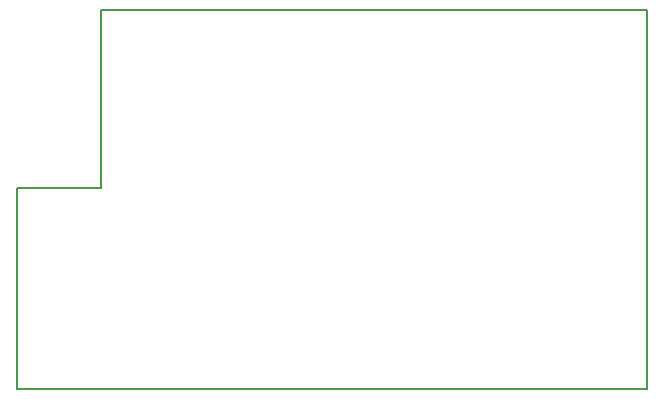
<source format=gm1>
G04 #@! TF.FileFunction,Profile,NP*
%FSLAX46Y46*%
G04 Gerber Fmt 4.6, Leading zero omitted, Abs format (unit mm)*
G04 Created by KiCad (PCBNEW 4.0.4-stable) date 10/29/16 17:18:15*
%MOMM*%
%LPD*%
G01*
G04 APERTURE LIST*
%ADD10C,0.100000*%
%ADD11C,0.150000*%
G04 APERTURE END LIST*
D10*
D11*
X38100000Y-74041000D02*
X38100000Y-57048400D01*
X91490800Y-74041000D02*
X38100000Y-74041000D01*
X91490800Y-42011600D02*
X91490800Y-74041000D01*
X45237400Y-42011600D02*
X91490800Y-42011600D01*
X45237400Y-57048400D02*
X45237400Y-42011600D01*
X38100000Y-57048400D02*
X45237400Y-57048400D01*
M02*

</source>
